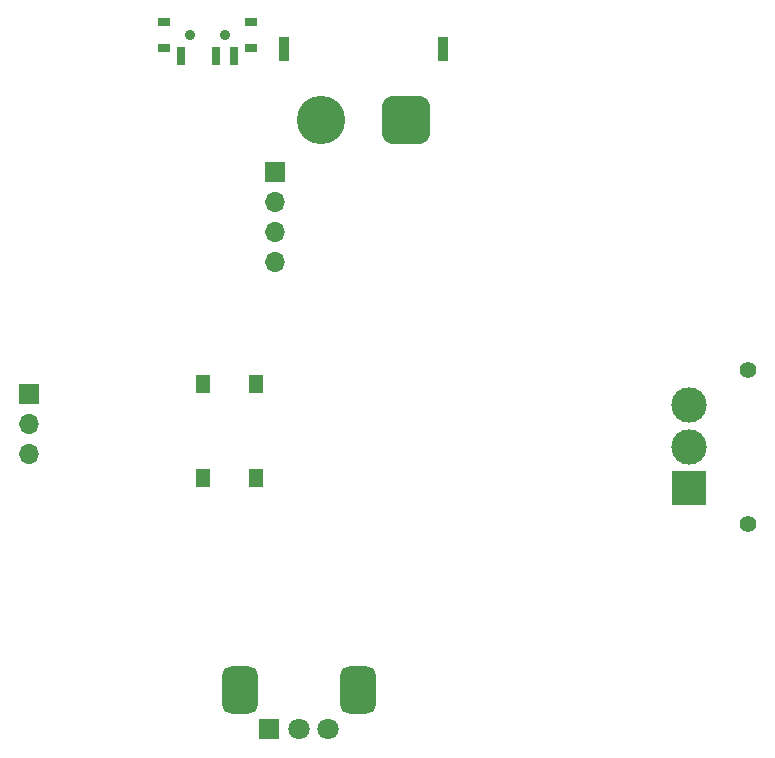
<source format=gbr>
%TF.GenerationSoftware,KiCad,Pcbnew,7.0.7*%
%TF.CreationDate,2024-09-12T14:34:45-05:00*%
%TF.ProjectId,ESC,4553432e-6b69-4636-9164-5f7063625858,rev?*%
%TF.SameCoordinates,Original*%
%TF.FileFunction,Soldermask,Bot*%
%TF.FilePolarity,Negative*%
%FSLAX46Y46*%
G04 Gerber Fmt 4.6, Leading zero omitted, Abs format (unit mm)*
G04 Created by KiCad (PCBNEW 7.0.7) date 2024-09-12 14:34:45*
%MOMM*%
%LPD*%
G01*
G04 APERTURE LIST*
G04 Aperture macros list*
%AMRoundRect*
0 Rectangle with rounded corners*
0 $1 Rounding radius*
0 $2 $3 $4 $5 $6 $7 $8 $9 X,Y pos of 4 corners*
0 Add a 4 corners polygon primitive as box body*
4,1,4,$2,$3,$4,$5,$6,$7,$8,$9,$2,$3,0*
0 Add four circle primitives for the rounded corners*
1,1,$1+$1,$2,$3*
1,1,$1+$1,$4,$5*
1,1,$1+$1,$6,$7*
1,1,$1+$1,$8,$9*
0 Add four rect primitives between the rounded corners*
20,1,$1+$1,$2,$3,$4,$5,0*
20,1,$1+$1,$4,$5,$6,$7,0*
20,1,$1+$1,$6,$7,$8,$9,0*
20,1,$1+$1,$8,$9,$2,$3,0*%
G04 Aperture macros list end*
%ADD10R,0.900000X2.000000*%
%ADD11RoundRect,1.025000X-1.025000X-1.025000X1.025000X-1.025000X1.025000X1.025000X-1.025000X1.025000X0*%
%ADD12C,4.100000*%
%ADD13R,1.700000X1.700000*%
%ADD14O,1.700000X1.700000*%
%ADD15C,1.400000*%
%ADD16R,3.000000X3.000000*%
%ADD17C,3.000000*%
%ADD18R,1.800000X1.800000*%
%ADD19C,1.800000*%
%ADD20RoundRect,0.750000X-0.750000X1.250000X-0.750000X-1.250000X0.750000X-1.250000X0.750000X1.250000X0*%
%ADD21R,1.300000X1.550000*%
%ADD22R,1.000000X0.800000*%
%ADD23C,0.900000*%
%ADD24R,0.700000X1.500000*%
G04 APERTURE END LIST*
D10*
%TO.C,J1*%
X198075600Y-70550800D03*
X211575600Y-70550800D03*
D11*
X208425600Y-76550800D03*
D12*
X201225600Y-76550800D03*
%TD*%
D13*
%TO.C,J4*%
X197307200Y-80975200D03*
D14*
X197307200Y-83515200D03*
X197307200Y-86055200D03*
X197307200Y-88595200D03*
%TD*%
D15*
%TO.C,J2*%
X237435000Y-97741600D03*
X237435000Y-110741600D03*
D16*
X232435000Y-107741600D03*
D17*
X232435000Y-104241600D03*
X232435000Y-100741600D03*
%TD*%
D18*
%TO.C,RV1*%
X196864200Y-128165600D03*
D19*
X199364200Y-128165600D03*
X201864200Y-128165600D03*
D20*
X194364200Y-124865600D03*
X204364200Y-124865600D03*
%TD*%
D13*
%TO.C,J5*%
X176479200Y-99786200D03*
D14*
X176479200Y-102326200D03*
X176479200Y-104866200D03*
%TD*%
D21*
%TO.C,SW2*%
X195721800Y-106926200D03*
X195721800Y-98966200D03*
X191221800Y-106926200D03*
X191221800Y-98966200D03*
%TD*%
D22*
%TO.C,SW1*%
X187991600Y-68292800D03*
X187991600Y-70502800D03*
D23*
X190141600Y-69392800D03*
X193141600Y-69392800D03*
D22*
X195291600Y-68292800D03*
X195291600Y-70502800D03*
D24*
X189391600Y-71152800D03*
X192391600Y-71152800D03*
X193891600Y-71152800D03*
%TD*%
M02*

</source>
